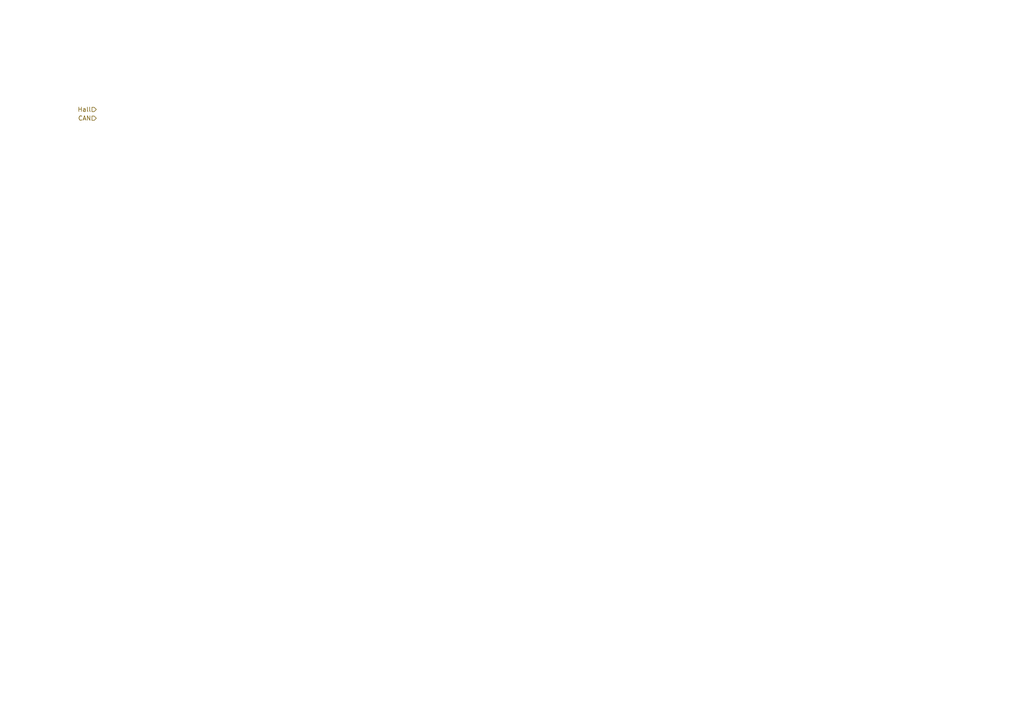
<source format=kicad_sch>
(kicad_sch (version 20211123) (generator eeschema)
  (paper "A4")
  (lib_symbols)
  (hierarchical_label "CAN" (shape input) (at 27.94 34.29 180))
  (hierarchical_label "Hall" (shape input) (at 27.94 31.75 180))
)
</source>
